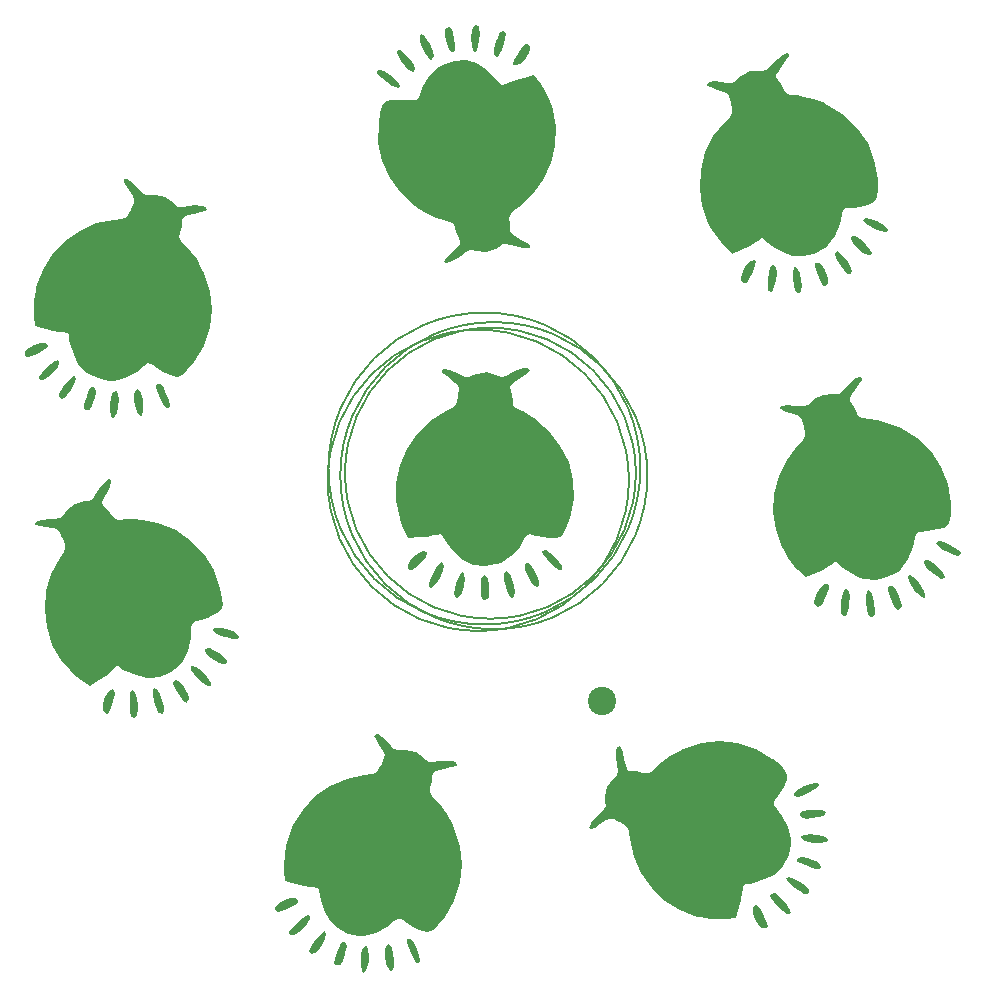
<source format=gbr>
%TF.GenerationSoftware,KiCad,Pcbnew,7.0.11*%
%TF.CreationDate,2024-08-27T07:46:35-07:00*%
%TF.ProjectId,nightLight,6e696768-744c-4696-9768-742e6b696361,rev?*%
%TF.SameCoordinates,Original*%
%TF.FileFunction,Soldermask,Bot*%
%TF.FilePolarity,Negative*%
%FSLAX46Y46*%
G04 Gerber Fmt 4.6, Leading zero omitted, Abs format (unit mm)*
G04 Created by KiCad (PCBNEW 7.0.11) date 2024-08-27 07:46:35*
%MOMM*%
%LPD*%
G01*
G04 APERTURE LIST*
%ADD10C,0.200000*%
%ADD11C,2.400000*%
%ADD12C,0.800000*%
G04 APERTURE END LIST*
D10*
X162236997Y-99800000D02*
G75*
G03*
X136736997Y-99800000I-12750000J0D01*
G01*
X136736997Y-99800000D02*
G75*
G03*
X162236997Y-99800000I12750000J0D01*
G01*
X162826007Y-99200000D02*
G75*
G03*
X138199999Y-99200000I-12313004J0D01*
G01*
X138199999Y-99200000D02*
G75*
G03*
X162826007Y-99200000I12313004J0D01*
G01*
X163800000Y-99400000D02*
G75*
G03*
X137800000Y-99400000I-13000000J0D01*
G01*
X137800000Y-99400000D02*
G75*
G03*
X163800000Y-99400000I13000000J0D01*
G01*
X163200000Y-98800000D02*
G75*
G03*
X136800000Y-98800000I-13200000J0D01*
G01*
X136800000Y-98800000D02*
G75*
G03*
X163200000Y-98800000I13200000J0D01*
G01*
%TO.C,REF\u002A\u002A*%
G36*
X178542856Y-127681780D02*
G01*
X178842752Y-127770763D01*
X178932274Y-127907279D01*
X178803245Y-128114008D01*
X178365973Y-128291906D01*
X177650910Y-128424276D01*
X177212581Y-128438595D01*
X176826472Y-128345377D01*
X176681536Y-128161181D01*
X176835796Y-127921776D01*
X177017232Y-127831431D01*
X177484589Y-127723063D01*
X178041633Y-127669530D01*
X178542856Y-127681780D01*
G37*
G36*
X178164496Y-129791355D02*
G01*
X178683333Y-129912829D01*
X178972168Y-130049376D01*
X179114681Y-130245525D01*
X178926815Y-130401372D01*
X178424651Y-130481560D01*
X178026028Y-130483981D01*
X177392521Y-130409429D01*
X176955137Y-130251203D01*
X176793583Y-130031309D01*
X176836368Y-129940674D01*
X177130337Y-129812216D01*
X177609939Y-129760130D01*
X178164496Y-129791355D01*
G37*
G36*
X176225110Y-133534088D02*
G01*
X176733818Y-133782349D01*
X177213377Y-134121670D01*
X177455051Y-134382780D01*
X177523195Y-134668241D01*
X177278617Y-134828158D01*
X177076246Y-134788381D01*
X176698825Y-134587072D01*
X176266280Y-134283896D01*
X175869383Y-133949833D01*
X175598903Y-133655867D01*
X175545611Y-133472975D01*
X175793101Y-133418058D01*
X176225110Y-133534088D01*
G37*
G36*
X173082966Y-135755697D02*
G01*
X173315689Y-135994413D01*
X173613258Y-136538455D01*
X173873424Y-137117757D01*
X173975566Y-137490392D01*
X173899843Y-137671989D01*
X173648029Y-137723007D01*
X173455491Y-137663213D01*
X173167259Y-137365620D01*
X172930320Y-136915891D01*
X172784866Y-136424090D01*
X172771092Y-136000280D01*
X172929187Y-135754523D01*
X173082966Y-135755697D01*
G37*
G36*
X178204538Y-125445001D02*
G01*
X178299822Y-125612407D01*
X178244335Y-125777818D01*
X177966492Y-125973437D01*
X177412774Y-126253947D01*
X177034572Y-126419994D01*
X176513428Y-126568948D01*
X176224453Y-126525303D01*
X176201682Y-126288096D01*
X176274424Y-126187174D01*
X176596891Y-125956424D01*
X177064046Y-125719303D01*
X177562980Y-125523339D01*
X177980780Y-125416063D01*
X178204538Y-125445001D01*
G37*
G36*
X174964988Y-135008457D02*
G01*
X175425948Y-135473327D01*
X175623364Y-135720328D01*
X175902422Y-136155518D01*
X175926429Y-136414712D01*
X175706153Y-136538861D01*
X175589604Y-136503333D01*
X175284571Y-136270520D01*
X174908436Y-135902110D01*
X174546450Y-135490705D01*
X174283866Y-135128906D01*
X174205934Y-134909314D01*
X174284484Y-134795135D01*
X174565748Y-134773724D01*
X174964988Y-135008457D01*
G37*
G36*
X177417558Y-131771938D02*
G01*
X177599519Y-131827013D01*
X178080430Y-132004877D01*
X178369227Y-132159932D01*
X178447295Y-132262041D01*
X178475910Y-132591476D01*
X178455997Y-132633928D01*
X178295932Y-132722418D01*
X177954790Y-132672647D01*
X177361383Y-132477325D01*
X176955956Y-132324164D01*
X176586399Y-132148818D01*
X176456201Y-132000274D01*
X176503401Y-131831928D01*
X176581002Y-131741250D01*
X176881766Y-131666778D01*
X177417558Y-131771938D01*
G37*
G36*
X171493479Y-122043120D02*
G01*
X172986949Y-122543596D01*
X174378550Y-123375267D01*
X174413587Y-123401608D01*
X175089264Y-123941851D01*
X175490623Y-124371920D01*
X175647657Y-124764580D01*
X175590363Y-125192596D01*
X175348739Y-125728733D01*
X175198637Y-126003006D01*
X174887455Y-126519690D01*
X174639755Y-126868626D01*
X174526840Y-127023023D01*
X174504898Y-127281755D01*
X174749465Y-127615469D01*
X175224770Y-128220744D01*
X175732645Y-129190740D01*
X175970039Y-130154690D01*
X175975102Y-130574360D01*
X175771458Y-131540215D01*
X175313854Y-132425337D01*
X174657142Y-133106405D01*
X174539087Y-133185150D01*
X173961127Y-133476221D01*
X173252031Y-133743597D01*
X172559461Y-133936741D01*
X172031082Y-134005120D01*
X171907354Y-134111552D01*
X171855553Y-134518844D01*
X171843408Y-134732407D01*
X171748150Y-135310136D01*
X171587994Y-135940326D01*
X171313039Y-136843085D01*
X170400474Y-136931763D01*
X169937393Y-136948762D01*
X169130493Y-136907147D01*
X168349001Y-136800635D01*
X168020996Y-136728769D01*
X166581345Y-136201448D01*
X165281867Y-135384726D01*
X164165166Y-134325635D01*
X163273847Y-133071209D01*
X162650515Y-131668482D01*
X162337775Y-130164489D01*
X162336449Y-130150267D01*
X162266022Y-129560494D01*
X162146360Y-129206216D01*
X161905670Y-128968243D01*
X161472160Y-128727383D01*
X161428149Y-128705083D01*
X160939492Y-128490885D01*
X160615059Y-128455438D01*
X160328606Y-128582777D01*
X159816583Y-128914932D01*
X159333696Y-129205224D01*
X159052640Y-129325327D01*
X158920742Y-129295424D01*
X158885320Y-129135694D01*
X158902983Y-129031437D01*
X159136222Y-128648374D01*
X159593553Y-128186767D01*
X159892261Y-127921978D01*
X160162395Y-127622545D01*
X160255787Y-127353340D01*
X160235345Y-126997825D01*
X160216949Y-126634446D01*
X160411487Y-125800354D01*
X160929314Y-125099003D01*
X161078187Y-124955770D01*
X161245564Y-124706387D01*
X161274480Y-124382092D01*
X161193815Y-123846079D01*
X161128633Y-123290002D01*
X161151299Y-122742598D01*
X161269568Y-122391842D01*
X161469517Y-122315041D01*
X161562808Y-122440998D01*
X161708582Y-122836403D01*
X161848422Y-123395868D01*
X161956938Y-123881830D01*
X162085675Y-124232924D01*
X162260355Y-124380643D01*
X162537570Y-124408109D01*
X162919373Y-124437372D01*
X163468975Y-124564895D01*
X163504699Y-124577388D01*
X163816963Y-124617473D01*
X164118759Y-124466231D01*
X164518181Y-124072987D01*
X164544894Y-124044366D01*
X165026237Y-123628389D01*
X165688430Y-123168507D01*
X166396495Y-122759133D01*
X166810435Y-122560409D01*
X168364365Y-122048372D01*
X169938999Y-121876994D01*
X171493479Y-122043120D01*
G37*
G36*
X181569106Y-79188853D02*
G01*
X181952532Y-79477212D01*
X182351601Y-79869521D01*
X182664397Y-80261355D01*
X182789002Y-80548286D01*
X182741968Y-80704614D01*
X182500666Y-80738655D01*
X182083315Y-80518036D01*
X181522281Y-80055351D01*
X181229559Y-79728776D01*
X181052782Y-79373080D01*
X181100722Y-79143654D01*
X181383273Y-79107937D01*
X181569106Y-79188853D01*
G37*
G36*
X180124439Y-80548720D02*
G01*
X180472622Y-80882636D01*
X180805164Y-81327523D01*
X181045611Y-81803056D01*
X181126670Y-82112089D01*
X181068017Y-82347342D01*
X180827872Y-82303604D01*
X180443661Y-81970469D01*
X180185576Y-81666661D01*
X179835476Y-81133446D01*
X179675538Y-80696685D01*
X179740143Y-80431582D01*
X179837075Y-80406098D01*
X180124439Y-80548720D01*
G37*
G36*
X176502645Y-81842129D02*
G01*
X176691451Y-82247649D01*
X176828263Y-82796922D01*
X176876583Y-83382396D01*
X176831906Y-83735367D01*
X176657032Y-83971059D01*
X176377317Y-83886495D01*
X176277707Y-83705901D01*
X176189317Y-83287381D01*
X176143528Y-82761154D01*
X176144314Y-82242382D01*
X176195645Y-81846225D01*
X176301493Y-81687840D01*
X176502645Y-81842129D01*
G37*
G36*
X172969868Y-81268650D02*
G01*
X172936593Y-81600370D01*
X172711106Y-82178025D01*
X172434567Y-82749691D01*
X172214767Y-83067462D01*
X172026982Y-83126183D01*
X171826037Y-82966076D01*
X171748081Y-82780148D01*
X171790778Y-82368061D01*
X171982989Y-81897475D01*
X172266235Y-81469927D01*
X172582038Y-81186955D01*
X172871920Y-81150094D01*
X172969868Y-81268650D01*
G37*
G36*
X182735254Y-77661622D02*
G01*
X183217181Y-77867064D01*
X183688007Y-78123307D01*
X184038742Y-78374404D01*
X184160402Y-78564414D01*
X184093409Y-78745013D01*
X183931031Y-78808831D01*
X183602585Y-78721732D01*
X183031778Y-78477868D01*
X182661475Y-78294882D01*
X182212385Y-77991408D01*
X182060070Y-77741986D01*
X182227143Y-77572069D01*
X182351212Y-77562920D01*
X182735254Y-77661622D01*
G37*
G36*
X174675217Y-81773327D02*
G01*
X174752028Y-82230046D01*
X174692216Y-82881974D01*
X174629899Y-83191973D01*
X174475899Y-83685478D01*
X174292776Y-83870476D01*
X174056082Y-83781536D01*
X174008381Y-83669417D01*
X173990656Y-83286099D01*
X174031099Y-82761153D01*
X174113574Y-82219410D01*
X174221941Y-81785699D01*
X174340065Y-81584849D01*
X174478022Y-81571629D01*
X174675217Y-81773327D01*
G37*
G36*
X178293607Y-81367864D02*
G01*
X178543984Y-81550393D01*
X178807826Y-82028430D01*
X178882599Y-82203221D01*
X179055471Y-82685949D01*
X179122327Y-83006848D01*
X179094288Y-83132286D01*
X178860320Y-83365963D01*
X178815000Y-83377996D01*
X178644325Y-83312260D01*
X178463170Y-83018937D01*
X178231360Y-82438811D01*
X178088085Y-82029786D01*
X177984861Y-81633978D01*
X178014963Y-81438759D01*
X178174263Y-81366705D01*
X178293607Y-81367864D01*
G37*
G36*
X175801027Y-63732745D02*
G01*
X175764505Y-63885174D01*
X175555308Y-64251005D01*
X175216621Y-64717745D01*
X174914105Y-65113243D01*
X174727902Y-65437541D01*
X174727025Y-65666305D01*
X174884176Y-65896319D01*
X175107177Y-66207607D01*
X175362766Y-66710597D01*
X175376159Y-66745994D01*
X175546171Y-67010968D01*
X175856020Y-67144941D01*
X176414006Y-67198143D01*
X176453101Y-67200209D01*
X177081160Y-67301554D01*
X177859099Y-67513217D01*
X178627833Y-67792486D01*
X179046140Y-67981845D01*
X180437230Y-68843094D01*
X181580668Y-69939174D01*
X182452610Y-71236758D01*
X183029206Y-72702522D01*
X183286613Y-74303138D01*
X183288956Y-74346910D01*
X183309423Y-75211770D01*
X183237959Y-75795672D01*
X183038104Y-76168363D01*
X182673397Y-76399598D01*
X182107379Y-76559125D01*
X181800791Y-76620439D01*
X181204963Y-76714178D01*
X180778444Y-76748720D01*
X180587589Y-76761467D01*
X180375285Y-76910969D01*
X180276849Y-77312824D01*
X180118703Y-78065992D01*
X179702098Y-79078549D01*
X179116263Y-79880018D01*
X178798032Y-80153656D01*
X177927244Y-80618495D01*
X176955059Y-80836895D01*
X176011205Y-80771607D01*
X175874999Y-80731788D01*
X175280519Y-80476141D01*
X174619899Y-80104809D01*
X174026767Y-79698420D01*
X173634750Y-79337611D01*
X173473688Y-79311243D01*
X173128386Y-79533364D01*
X172956981Y-79661335D01*
X172453185Y-79959721D01*
X171867485Y-80242112D01*
X170999194Y-80611767D01*
X170344677Y-79969703D01*
X170033992Y-79625889D01*
X169547206Y-78981018D01*
X169126465Y-78313895D01*
X168970681Y-78016435D01*
X168449241Y-76574643D01*
X168239598Y-75054206D01*
X168333108Y-73517993D01*
X168721125Y-72028874D01*
X169395007Y-70649718D01*
X170346107Y-69443397D01*
X170356149Y-69433240D01*
X170762672Y-69000191D01*
X170957147Y-68680799D01*
X170984733Y-68343453D01*
X170890587Y-67856544D01*
X170879381Y-67808495D01*
X170729362Y-67296479D01*
X170547975Y-67025163D01*
X170266299Y-66887579D01*
X169682732Y-66708852D01*
X169149962Y-66525535D01*
X168877298Y-66387435D01*
X168815423Y-66267173D01*
X168915014Y-66137366D01*
X169006234Y-66083882D01*
X169449599Y-66016326D01*
X170097177Y-66069946D01*
X170492024Y-66128567D01*
X170895041Y-66143030D01*
X171161296Y-66041530D01*
X171420496Y-65797350D01*
X171687036Y-65549682D01*
X172451034Y-65162563D01*
X173321153Y-65108421D01*
X173526569Y-65130397D01*
X173825196Y-65098315D01*
X174092206Y-64912012D01*
X174450966Y-64505677D01*
X174835048Y-64098305D01*
X175268952Y-63763804D01*
X175613670Y-63628942D01*
X175801027Y-63732745D01*
G37*
G36*
X142937802Y-63381784D02*
G01*
X143310502Y-63671524D01*
X143782670Y-64224601D01*
X144014235Y-64597046D01*
X144126560Y-64978035D01*
X144039510Y-65195651D01*
X143755049Y-65181761D01*
X143586090Y-65069805D01*
X143258562Y-64719245D01*
X142933679Y-64263599D01*
X142693677Y-63823401D01*
X142620790Y-63519192D01*
X142694256Y-63373406D01*
X142937802Y-63381784D01*
G37*
G36*
X144856933Y-62131087D02*
G01*
X145177460Y-62525879D01*
X145378868Y-62869887D01*
X145631057Y-63455796D01*
X145712722Y-63913695D01*
X145603064Y-64163552D01*
X145503180Y-64171816D01*
X145244948Y-63981461D01*
X144960039Y-63592156D01*
X144709801Y-63096283D01*
X144555583Y-62586221D01*
X144529419Y-62267808D01*
X144628032Y-62046314D01*
X144856933Y-62131087D01*
G37*
G36*
X149514741Y-61345075D02*
G01*
X149581478Y-61540222D01*
X149595850Y-61967733D01*
X149549565Y-62493917D01*
X149458707Y-63004670D01*
X149339364Y-63385896D01*
X149207621Y-63523494D01*
X149036316Y-63336620D01*
X148920797Y-62904474D01*
X148881443Y-62339789D01*
X148935524Y-61754819D01*
X149040815Y-61414968D01*
X149253960Y-61213223D01*
X149514741Y-61345075D01*
G37*
G36*
X153837048Y-63041832D02*
G01*
X153881534Y-63238473D01*
X153767926Y-63636885D01*
X153496919Y-64066945D01*
X153143734Y-64438812D01*
X152783590Y-64662646D01*
X152491712Y-64648610D01*
X152415839Y-64514847D01*
X152506211Y-64193945D01*
X152828581Y-63664221D01*
X153200188Y-63149260D01*
X153471828Y-62874484D01*
X153666957Y-62849264D01*
X153837048Y-63041832D01*
G37*
G36*
X141502390Y-65176719D02*
G01*
X142022177Y-65515998D01*
X142355080Y-65760507D01*
X142744650Y-66137354D01*
X142851339Y-66409436D01*
X142657298Y-66547759D01*
X142533526Y-66535225D01*
X142172457Y-66371335D01*
X141733526Y-66085327D01*
X141314350Y-65751219D01*
X141012546Y-65443032D01*
X140925729Y-65234783D01*
X141023064Y-65068562D01*
X141194058Y-65033909D01*
X141502390Y-65176719D01*
G37*
G36*
X151782485Y-61851518D02*
G01*
X151809992Y-61970216D01*
X151760886Y-62350789D01*
X151629901Y-62860737D01*
X151454607Y-63379928D01*
X151272572Y-63788232D01*
X151121366Y-63965519D01*
X150983209Y-63954582D01*
X150824034Y-63721706D01*
X150827699Y-63258587D01*
X150999808Y-62626950D01*
X151115009Y-62332481D01*
X151352366Y-61873216D01*
X151564831Y-61722828D01*
X151782485Y-61851518D01*
G37*
G36*
X147182459Y-61516925D02*
G01*
X147309927Y-61837248D01*
X147437477Y-62448815D01*
X147507550Y-62876505D01*
X147540473Y-63284224D01*
X147476930Y-63471251D01*
X147307538Y-63514547D01*
X147190207Y-63492682D01*
X146975331Y-63269449D01*
X146798507Y-62752859D01*
X146755222Y-62567739D01*
X146668801Y-62062325D01*
X146658685Y-61734692D01*
X146708079Y-61616029D01*
X146979071Y-61426530D01*
X147025792Y-61422550D01*
X147182459Y-61516925D01*
G37*
G36*
X149334396Y-64476216D02*
G01*
X149461619Y-64539082D01*
X150002674Y-64894075D01*
X150588776Y-65374482D01*
X151102329Y-65877693D01*
X151425737Y-66301093D01*
X151579773Y-66355029D01*
X151958399Y-66196244D01*
X152149423Y-66099980D01*
X152697380Y-65893611D01*
X153323218Y-65717216D01*
X154242507Y-65503954D01*
X154775588Y-66249919D01*
X155021850Y-66642460D01*
X155389260Y-67362063D01*
X155687764Y-68092112D01*
X155789528Y-68412105D01*
X156052681Y-69922540D01*
X155995118Y-71456281D01*
X155636269Y-72952918D01*
X154995563Y-74352036D01*
X154092432Y-75593221D01*
X152946306Y-76616059D01*
X152934652Y-76624318D01*
X152459107Y-76980196D01*
X152212125Y-77260966D01*
X152126379Y-77588396D01*
X152134543Y-78084256D01*
X152137236Y-78133521D01*
X152196064Y-78663809D01*
X152327582Y-78962500D01*
X152581088Y-79146907D01*
X153124754Y-79424253D01*
X153617597Y-79697300D01*
X153862138Y-79880650D01*
X153902190Y-80009829D01*
X153781571Y-80120370D01*
X153682450Y-80157202D01*
X153234089Y-80146742D01*
X152605660Y-79981486D01*
X152226991Y-79855191D01*
X151832608Y-79770965D01*
X151552774Y-79824687D01*
X151255110Y-80020149D01*
X150949612Y-80217769D01*
X150129998Y-80466341D01*
X149263697Y-80368565D01*
X149065217Y-80311253D01*
X148765556Y-80290992D01*
X148470251Y-80428098D01*
X148046382Y-80765962D01*
X147597396Y-81100450D01*
X147111998Y-81354523D01*
X146749099Y-81427477D01*
X146582614Y-81292716D01*
X146645050Y-81148945D01*
X146914594Y-80824999D01*
X147329184Y-80424161D01*
X147695783Y-80087203D01*
X147935470Y-79800166D01*
X147976059Y-79575030D01*
X147861237Y-79321221D01*
X147695678Y-78975939D01*
X147531315Y-78436207D01*
X147524273Y-78399023D01*
X147402855Y-78108552D01*
X147120978Y-77922810D01*
X146580708Y-77773523D01*
X146542565Y-77764699D01*
X145941646Y-77555832D01*
X145212280Y-77212297D01*
X144503720Y-76803782D01*
X144124650Y-76544662D01*
X142904248Y-75454937D01*
X141968513Y-74176953D01*
X141335142Y-72747671D01*
X141021832Y-71204050D01*
X141046280Y-69583052D01*
X141051573Y-69539539D01*
X141181599Y-68684264D01*
X141353370Y-68121643D01*
X141614907Y-67789318D01*
X142014226Y-67624927D01*
X142599346Y-67566111D01*
X142911925Y-67558967D01*
X143514977Y-67570117D01*
X143941015Y-67610163D01*
X144131184Y-67630752D01*
X144366223Y-67520388D01*
X144532945Y-67141730D01*
X144819476Y-66427466D01*
X145405580Y-65502635D01*
X146121688Y-64815072D01*
X146482601Y-64600851D01*
X147420879Y-64294285D01*
X148416218Y-64248021D01*
X149334396Y-64476216D01*
G37*
G36*
X126780129Y-114007675D02*
G01*
X127207802Y-114225072D01*
X127668933Y-114542124D01*
X128045018Y-114873688D01*
X128217555Y-115134623D01*
X128198381Y-115296743D01*
X127966657Y-115372169D01*
X127517337Y-115227373D01*
X126884481Y-114869141D01*
X126539497Y-114598358D01*
X126303640Y-114278763D01*
X126311012Y-114044497D01*
X126583068Y-113960258D01*
X126780129Y-114007675D01*
G37*
G36*
X125593548Y-115597747D02*
G01*
X125994425Y-115866129D01*
X126399170Y-116246511D01*
X126718539Y-116673067D01*
X126852029Y-116963329D01*
X126835118Y-117205193D01*
X126591027Y-117203820D01*
X126154804Y-116942464D01*
X125847885Y-116688088D01*
X125410512Y-116223767D01*
X125177161Y-115821414D01*
X125194750Y-115549120D01*
X125285784Y-115507192D01*
X125593548Y-115597747D01*
G37*
G36*
X122251376Y-117500423D02*
G01*
X122507731Y-117866997D01*
X122737845Y-118384168D01*
X122887097Y-118952357D01*
X122904392Y-119307724D01*
X122773102Y-119570202D01*
X122482952Y-119535494D01*
X122353495Y-119374942D01*
X122193773Y-118978128D01*
X122057301Y-118467847D01*
X121967992Y-117956820D01*
X121949751Y-117557768D01*
X122026487Y-117383409D01*
X122251376Y-117500423D01*
G37*
G36*
X118672686Y-117549117D02*
G01*
X118697518Y-117881576D01*
X118575766Y-118489610D01*
X118402697Y-119100612D01*
X118241417Y-119451723D01*
X118066682Y-119542160D01*
X117840987Y-119419380D01*
X117731929Y-119249814D01*
X117702420Y-118836572D01*
X117809994Y-118339759D01*
X118014694Y-117869521D01*
X118276562Y-117536010D01*
X118555639Y-117449371D01*
X118672686Y-117549117D01*
G37*
G36*
X127663360Y-112301146D02*
G01*
X128173640Y-112419782D01*
X128681809Y-112590374D01*
X129070818Y-112776752D01*
X129223625Y-112942749D01*
X129189010Y-113132237D01*
X129040181Y-113223283D01*
X128701600Y-113194542D01*
X128097119Y-113053501D01*
X127700666Y-112937597D01*
X127205701Y-112716718D01*
X127012388Y-112497534D01*
X127147418Y-112301187D01*
X127268012Y-112270633D01*
X127663360Y-112301146D01*
G37*
G36*
X120439763Y-117749996D02*
G01*
X120594715Y-118186439D01*
X120649018Y-118838849D01*
X120641479Y-119154960D01*
X120575515Y-119667709D01*
X120427299Y-119881695D01*
X120178756Y-119835208D01*
X120112311Y-119733076D01*
X120028292Y-119358659D01*
X119976965Y-118834666D01*
X119964114Y-118286831D01*
X119995522Y-117840892D01*
X120076974Y-117622580D01*
X120210540Y-117585606D01*
X120439763Y-117749996D01*
G37*
G36*
X124211042Y-116858645D02*
G01*
X124553887Y-117283604D01*
X124657876Y-117442755D01*
X124911946Y-117888131D01*
X125033510Y-118192545D01*
X125027679Y-118320946D01*
X124837843Y-118591702D01*
X124795301Y-118611421D01*
X124615804Y-118576321D01*
X124386466Y-118318912D01*
X124057440Y-117787852D01*
X123845315Y-117409921D01*
X123674928Y-117038051D01*
X123670673Y-116840570D01*
X123815041Y-116741949D01*
X123932774Y-116722366D01*
X124211042Y-116858645D01*
G37*
G36*
X118415755Y-99787997D02*
G01*
X118406257Y-99944452D01*
X118263764Y-100341051D01*
X118011272Y-100859513D01*
X117782028Y-101301535D01*
X117654968Y-101653239D01*
X117693829Y-101878680D01*
X117888533Y-102077911D01*
X118162201Y-102345746D01*
X118501251Y-102796712D01*
X118520587Y-102829245D01*
X118734028Y-103060671D01*
X119062434Y-103138804D01*
X119621181Y-103094305D01*
X119660041Y-103089551D01*
X120296157Y-103080295D01*
X121099033Y-103153654D01*
X121904582Y-103295191D01*
X122349416Y-103409035D01*
X123868927Y-104015640D01*
X125185326Y-104896512D01*
X126269343Y-106022972D01*
X127091708Y-107366342D01*
X127623148Y-108897944D01*
X127633056Y-108940643D01*
X127803394Y-109788810D01*
X127834409Y-110376251D01*
X127702307Y-110777985D01*
X127383294Y-111069037D01*
X126853577Y-111324428D01*
X126562293Y-111438050D01*
X125991796Y-111633829D01*
X125577755Y-111741911D01*
X125392012Y-111787606D01*
X125208894Y-111971702D01*
X125181736Y-112384546D01*
X125156778Y-113153733D01*
X124922331Y-114223250D01*
X124484570Y-115114272D01*
X124218690Y-115439012D01*
X123441850Y-116048001D01*
X122522359Y-116431901D01*
X121581507Y-116531503D01*
X121440456Y-116515941D01*
X120810615Y-116367409D01*
X120095550Y-116116432D01*
X119440860Y-115819214D01*
X118992145Y-115531960D01*
X118828951Y-115533961D01*
X118527467Y-115812668D01*
X118380888Y-115968459D01*
X117936559Y-116349795D01*
X117408794Y-116729602D01*
X116617884Y-117244418D01*
X115861818Y-116725764D01*
X115496150Y-116441123D01*
X114904778Y-115890579D01*
X114374585Y-115306652D01*
X114169514Y-115040762D01*
X113405632Y-113711421D01*
X112935153Y-112250488D01*
X112760481Y-110721376D01*
X112884021Y-109187500D01*
X113308176Y-107712280D01*
X114035352Y-106359128D01*
X114043478Y-106347381D01*
X114368626Y-105850319D01*
X114504685Y-105502009D01*
X114473272Y-105164999D01*
X114296006Y-104701835D01*
X114276626Y-104656462D01*
X114039976Y-104178275D01*
X113814231Y-103942579D01*
X113512944Y-103855997D01*
X112907206Y-103781321D01*
X112350697Y-103693303D01*
X112058195Y-103604649D01*
X111976376Y-103496959D01*
X112051914Y-103351830D01*
X112132461Y-103283318D01*
X112557359Y-103139799D01*
X113204410Y-103080153D01*
X113603438Y-103069319D01*
X114002844Y-103013579D01*
X114247428Y-102867387D01*
X114460289Y-102581907D01*
X114679773Y-102291718D01*
X115364941Y-101777812D01*
X116212439Y-101573399D01*
X116418551Y-101559371D01*
X116707070Y-101475920D01*
X116937673Y-101246082D01*
X117220423Y-100783622D01*
X117527930Y-100315744D01*
X117897157Y-99910978D01*
X118213219Y-99718305D01*
X118415755Y-99787997D01*
G37*
G36*
X187769106Y-106588853D02*
G01*
X188152532Y-106877212D01*
X188551601Y-107269521D01*
X188864397Y-107661355D01*
X188989002Y-107948286D01*
X188941968Y-108104614D01*
X188700666Y-108138655D01*
X188283315Y-107918036D01*
X187722281Y-107455351D01*
X187429559Y-107128776D01*
X187252782Y-106773080D01*
X187300722Y-106543654D01*
X187583273Y-106507937D01*
X187769106Y-106588853D01*
G37*
G36*
X186324439Y-107948720D02*
G01*
X186672622Y-108282636D01*
X187005164Y-108727523D01*
X187245611Y-109203056D01*
X187326670Y-109512089D01*
X187268017Y-109747342D01*
X187027872Y-109703604D01*
X186643661Y-109370469D01*
X186385576Y-109066661D01*
X186035476Y-108533446D01*
X185875538Y-108096685D01*
X185940143Y-107831582D01*
X186037075Y-107806098D01*
X186324439Y-107948720D01*
G37*
G36*
X182702645Y-109242129D02*
G01*
X182891451Y-109647649D01*
X183028263Y-110196922D01*
X183076583Y-110782396D01*
X183031906Y-111135367D01*
X182857032Y-111371059D01*
X182577317Y-111286495D01*
X182477707Y-111105901D01*
X182389317Y-110687381D01*
X182343528Y-110161154D01*
X182344314Y-109642382D01*
X182395645Y-109246225D01*
X182501493Y-109087840D01*
X182702645Y-109242129D01*
G37*
G36*
X179169868Y-108668650D02*
G01*
X179136593Y-109000370D01*
X178911106Y-109578025D01*
X178634567Y-110149691D01*
X178414767Y-110467462D01*
X178226982Y-110526183D01*
X178026037Y-110366076D01*
X177948081Y-110180148D01*
X177990778Y-109768061D01*
X178182989Y-109297475D01*
X178466235Y-108869927D01*
X178782038Y-108586955D01*
X179071920Y-108550094D01*
X179169868Y-108668650D01*
G37*
G36*
X188935254Y-105061622D02*
G01*
X189417181Y-105267064D01*
X189888007Y-105523307D01*
X190238742Y-105774404D01*
X190360402Y-105964414D01*
X190293409Y-106145013D01*
X190131031Y-106208831D01*
X189802585Y-106121732D01*
X189231778Y-105877868D01*
X188861475Y-105694882D01*
X188412385Y-105391408D01*
X188260070Y-105141986D01*
X188427143Y-104972069D01*
X188551212Y-104962920D01*
X188935254Y-105061622D01*
G37*
G36*
X180875217Y-109173327D02*
G01*
X180952028Y-109630046D01*
X180892216Y-110281974D01*
X180829899Y-110591973D01*
X180675899Y-111085478D01*
X180492776Y-111270476D01*
X180256082Y-111181536D01*
X180208381Y-111069417D01*
X180190656Y-110686099D01*
X180231099Y-110161153D01*
X180313574Y-109619410D01*
X180421941Y-109185699D01*
X180540065Y-108984849D01*
X180678022Y-108971629D01*
X180875217Y-109173327D01*
G37*
G36*
X184493607Y-108767864D02*
G01*
X184743984Y-108950393D01*
X185007826Y-109428430D01*
X185082599Y-109603221D01*
X185255471Y-110085949D01*
X185322327Y-110406848D01*
X185294288Y-110532286D01*
X185060320Y-110765963D01*
X185015000Y-110777996D01*
X184844325Y-110712260D01*
X184663170Y-110418937D01*
X184431360Y-109838811D01*
X184288085Y-109429786D01*
X184184861Y-109033978D01*
X184214963Y-108838759D01*
X184374263Y-108766705D01*
X184493607Y-108767864D01*
G37*
G36*
X182001027Y-91132745D02*
G01*
X181964505Y-91285174D01*
X181755308Y-91651005D01*
X181416621Y-92117745D01*
X181114105Y-92513243D01*
X180927902Y-92837541D01*
X180927025Y-93066305D01*
X181084176Y-93296319D01*
X181307177Y-93607607D01*
X181562766Y-94110597D01*
X181576159Y-94145994D01*
X181746171Y-94410968D01*
X182056020Y-94544941D01*
X182614006Y-94598143D01*
X182653101Y-94600209D01*
X183281160Y-94701554D01*
X184059099Y-94913217D01*
X184827833Y-95192486D01*
X185246140Y-95381845D01*
X186637230Y-96243094D01*
X187780668Y-97339174D01*
X188652610Y-98636758D01*
X189229206Y-100102522D01*
X189486613Y-101703138D01*
X189488956Y-101746910D01*
X189509423Y-102611770D01*
X189437959Y-103195672D01*
X189238104Y-103568363D01*
X188873397Y-103799598D01*
X188307379Y-103959125D01*
X188000791Y-104020439D01*
X187404963Y-104114178D01*
X186978444Y-104148720D01*
X186787589Y-104161467D01*
X186575285Y-104310969D01*
X186476849Y-104712824D01*
X186318703Y-105465992D01*
X185902098Y-106478549D01*
X185316263Y-107280018D01*
X184998032Y-107553656D01*
X184127244Y-108018495D01*
X183155059Y-108236895D01*
X182211205Y-108171607D01*
X182074999Y-108131788D01*
X181480519Y-107876141D01*
X180819899Y-107504809D01*
X180226767Y-107098420D01*
X179834750Y-106737611D01*
X179673688Y-106711243D01*
X179328386Y-106933364D01*
X179156981Y-107061335D01*
X178653185Y-107359721D01*
X178067485Y-107642112D01*
X177199194Y-108011767D01*
X176544677Y-107369703D01*
X176233992Y-107025889D01*
X175747206Y-106381018D01*
X175326465Y-105713895D01*
X175170681Y-105416435D01*
X174649241Y-103974643D01*
X174439598Y-102454206D01*
X174533108Y-100917993D01*
X174921125Y-99428874D01*
X175595007Y-98049718D01*
X176546107Y-96843397D01*
X176556149Y-96833240D01*
X176962672Y-96400191D01*
X177157147Y-96080799D01*
X177184733Y-95743453D01*
X177090587Y-95256544D01*
X177079381Y-95208495D01*
X176929362Y-94696479D01*
X176747975Y-94425163D01*
X176466299Y-94287579D01*
X175882732Y-94108852D01*
X175349962Y-93925535D01*
X175077298Y-93787435D01*
X175015423Y-93667173D01*
X175115014Y-93537366D01*
X175206234Y-93483882D01*
X175649599Y-93416326D01*
X176297177Y-93469946D01*
X176692024Y-93528567D01*
X177095041Y-93543030D01*
X177361296Y-93441530D01*
X177620496Y-93197350D01*
X177887036Y-92949682D01*
X178651034Y-92562563D01*
X179521153Y-92508421D01*
X179726569Y-92530397D01*
X180025196Y-92498315D01*
X180292206Y-92312012D01*
X180650966Y-91905677D01*
X181035048Y-91498305D01*
X181468952Y-91163804D01*
X181813670Y-91028942D01*
X182001027Y-91132745D01*
G37*
G36*
X120878225Y-92235796D02*
G01*
X120968570Y-92417232D01*
X121076938Y-92884589D01*
X121130471Y-93441633D01*
X121118221Y-93942856D01*
X121029238Y-94242752D01*
X120892722Y-94332274D01*
X120685993Y-94203245D01*
X120508095Y-93765973D01*
X120375725Y-93050910D01*
X120361406Y-92612581D01*
X120454624Y-92226472D01*
X120638820Y-92081536D01*
X120878225Y-92235796D01*
G37*
G36*
X118859327Y-92236368D02*
G01*
X118987785Y-92530337D01*
X119039871Y-93009939D01*
X119008646Y-93564496D01*
X118887172Y-94083333D01*
X118750625Y-94372168D01*
X118554476Y-94514681D01*
X118398629Y-94326815D01*
X118318441Y-93824651D01*
X118316020Y-93426028D01*
X118390572Y-92792521D01*
X118548798Y-92355137D01*
X118768692Y-92193583D01*
X118859327Y-92236368D01*
G37*
G36*
X115381943Y-91193101D02*
G01*
X115265913Y-91625110D01*
X115017652Y-92133818D01*
X114678331Y-92613377D01*
X114417221Y-92855051D01*
X114131760Y-92923195D01*
X113971843Y-92678617D01*
X114011620Y-92476246D01*
X114212929Y-92098825D01*
X114516105Y-91666280D01*
X114850168Y-91269383D01*
X115144134Y-90998903D01*
X115327026Y-90945611D01*
X115381943Y-91193101D01*
G37*
G36*
X113045478Y-88329187D02*
G01*
X113044304Y-88482966D01*
X112805588Y-88715689D01*
X112261546Y-89013258D01*
X111682244Y-89273424D01*
X111309609Y-89375566D01*
X111128012Y-89299843D01*
X111076994Y-89048029D01*
X111136788Y-88855491D01*
X111434381Y-88567259D01*
X111884110Y-88330320D01*
X112375911Y-88184866D01*
X112799721Y-88171092D01*
X113045478Y-88329187D01*
G37*
G36*
X122612827Y-91674424D02*
G01*
X122843577Y-91996891D01*
X123080698Y-92464046D01*
X123276662Y-92962980D01*
X123383938Y-93380780D01*
X123355000Y-93604538D01*
X123187594Y-93699822D01*
X123022183Y-93644335D01*
X122826564Y-93366492D01*
X122546054Y-92812774D01*
X122380007Y-92434572D01*
X122231053Y-91913428D01*
X122274698Y-91624453D01*
X122511905Y-91601682D01*
X122612827Y-91674424D01*
G37*
G36*
X114004866Y-89684484D02*
G01*
X114026277Y-89965748D01*
X113791544Y-90364988D01*
X113326674Y-90825948D01*
X113079673Y-91023364D01*
X112644483Y-91302422D01*
X112385289Y-91326429D01*
X112261140Y-91106153D01*
X112296668Y-90989604D01*
X112529481Y-90684571D01*
X112897891Y-90308436D01*
X113309296Y-89946450D01*
X113671095Y-89683866D01*
X113890687Y-89605934D01*
X114004866Y-89684484D01*
G37*
G36*
X116968073Y-91903401D02*
G01*
X117058751Y-91981002D01*
X117133223Y-92281766D01*
X117028063Y-92817558D01*
X116972988Y-92999519D01*
X116795124Y-93480430D01*
X116640069Y-93769227D01*
X116537960Y-93847295D01*
X116208525Y-93875910D01*
X116166073Y-93855997D01*
X116077583Y-93695932D01*
X116127354Y-93354790D01*
X116322676Y-92761383D01*
X116475837Y-92355956D01*
X116651183Y-91986399D01*
X116799727Y-91856201D01*
X116968073Y-91903401D01*
G37*
G36*
X119768564Y-74302983D02*
G01*
X120151627Y-74536222D01*
X120613234Y-74993553D01*
X120878023Y-75292261D01*
X121177456Y-75562395D01*
X121446661Y-75655787D01*
X121802176Y-75635345D01*
X122165555Y-75616949D01*
X122999647Y-75811487D01*
X123700998Y-76329314D01*
X123844231Y-76478187D01*
X124093614Y-76645564D01*
X124417909Y-76674480D01*
X124953922Y-76593815D01*
X125509999Y-76528633D01*
X126057403Y-76551299D01*
X126408159Y-76669568D01*
X126484960Y-76869517D01*
X126359003Y-76962808D01*
X125963598Y-77108582D01*
X125404133Y-77248422D01*
X124918171Y-77356938D01*
X124567077Y-77485675D01*
X124419358Y-77660355D01*
X124391892Y-77937570D01*
X124362629Y-78319373D01*
X124235106Y-78868975D01*
X124222613Y-78904699D01*
X124182528Y-79216963D01*
X124333770Y-79518759D01*
X124727014Y-79918181D01*
X124755635Y-79944894D01*
X125171612Y-80426237D01*
X125631494Y-81088430D01*
X126040868Y-81796495D01*
X126239592Y-82210435D01*
X126751629Y-83764365D01*
X126923007Y-85338999D01*
X126756881Y-86893479D01*
X126256405Y-88386949D01*
X125424734Y-89778550D01*
X125398393Y-89813587D01*
X124858150Y-90489264D01*
X124428081Y-90890623D01*
X124035421Y-91047657D01*
X123607405Y-90990363D01*
X123071268Y-90748739D01*
X122796995Y-90598637D01*
X122280311Y-90287455D01*
X121931375Y-90039755D01*
X121776978Y-89926840D01*
X121518246Y-89904898D01*
X121184532Y-90149465D01*
X120579257Y-90624770D01*
X119609261Y-91132645D01*
X118645311Y-91370039D01*
X118225641Y-91375102D01*
X117259786Y-91171458D01*
X116374664Y-90713854D01*
X115693596Y-90057142D01*
X115614851Y-89939087D01*
X115323780Y-89361127D01*
X115056404Y-88652031D01*
X114863260Y-87959461D01*
X114794881Y-87431082D01*
X114688449Y-87307354D01*
X114281157Y-87255553D01*
X114067594Y-87243408D01*
X113489865Y-87148150D01*
X112859675Y-86987994D01*
X111956916Y-86713039D01*
X111868238Y-85800474D01*
X111851239Y-85337393D01*
X111892854Y-84530493D01*
X111999366Y-83749001D01*
X112071232Y-83420996D01*
X112598553Y-81981345D01*
X113415275Y-80681867D01*
X114474366Y-79565166D01*
X115728792Y-78673847D01*
X117131519Y-78050515D01*
X118635512Y-77737775D01*
X118649734Y-77736449D01*
X119239507Y-77666022D01*
X119593785Y-77546360D01*
X119831758Y-77305670D01*
X120072618Y-76872160D01*
X120094918Y-76828149D01*
X120309116Y-76339492D01*
X120344563Y-76015059D01*
X120217224Y-75728606D01*
X119885069Y-75216583D01*
X119594777Y-74733696D01*
X119474674Y-74452640D01*
X119504577Y-74320742D01*
X119664307Y-74285320D01*
X119768564Y-74302983D01*
G37*
G36*
X142078225Y-139235796D02*
G01*
X142168570Y-139417232D01*
X142276938Y-139884589D01*
X142330471Y-140441633D01*
X142318221Y-140942856D01*
X142229238Y-141242752D01*
X142092722Y-141332274D01*
X141885993Y-141203245D01*
X141708095Y-140765973D01*
X141575725Y-140050910D01*
X141561406Y-139612581D01*
X141654624Y-139226472D01*
X141838820Y-139081536D01*
X142078225Y-139235796D01*
G37*
G36*
X140059327Y-139236368D02*
G01*
X140187785Y-139530337D01*
X140239871Y-140009939D01*
X140208646Y-140564496D01*
X140087172Y-141083333D01*
X139950625Y-141372168D01*
X139754476Y-141514681D01*
X139598629Y-141326815D01*
X139518441Y-140824651D01*
X139516020Y-140426028D01*
X139590572Y-139792521D01*
X139748798Y-139355137D01*
X139968692Y-139193583D01*
X140059327Y-139236368D01*
G37*
G36*
X136581943Y-138193101D02*
G01*
X136465913Y-138625110D01*
X136217652Y-139133818D01*
X135878331Y-139613377D01*
X135617221Y-139855051D01*
X135331760Y-139923195D01*
X135171843Y-139678617D01*
X135211620Y-139476246D01*
X135412929Y-139098825D01*
X135716105Y-138666280D01*
X136050168Y-138269383D01*
X136344134Y-137998903D01*
X136527026Y-137945611D01*
X136581943Y-138193101D01*
G37*
G36*
X134245478Y-135329187D02*
G01*
X134244304Y-135482966D01*
X134005588Y-135715689D01*
X133461546Y-136013258D01*
X132882244Y-136273424D01*
X132509609Y-136375566D01*
X132328012Y-136299843D01*
X132276994Y-136048029D01*
X132336788Y-135855491D01*
X132634381Y-135567259D01*
X133084110Y-135330320D01*
X133575911Y-135184866D01*
X133999721Y-135171092D01*
X134245478Y-135329187D01*
G37*
G36*
X143812827Y-138674424D02*
G01*
X144043577Y-138996891D01*
X144280698Y-139464046D01*
X144476662Y-139962980D01*
X144583938Y-140380780D01*
X144555000Y-140604538D01*
X144387594Y-140699822D01*
X144222183Y-140644335D01*
X144026564Y-140366492D01*
X143746054Y-139812774D01*
X143580007Y-139434572D01*
X143431053Y-138913428D01*
X143474698Y-138624453D01*
X143711905Y-138601682D01*
X143812827Y-138674424D01*
G37*
G36*
X135204866Y-136684484D02*
G01*
X135226277Y-136965748D01*
X134991544Y-137364988D01*
X134526674Y-137825948D01*
X134279673Y-138023364D01*
X133844483Y-138302422D01*
X133585289Y-138326429D01*
X133461140Y-138106153D01*
X133496668Y-137989604D01*
X133729481Y-137684571D01*
X134097891Y-137308436D01*
X134509296Y-136946450D01*
X134871095Y-136683866D01*
X135090687Y-136605934D01*
X135204866Y-136684484D01*
G37*
G36*
X138168073Y-138903401D02*
G01*
X138258751Y-138981002D01*
X138333223Y-139281766D01*
X138228063Y-139817558D01*
X138172988Y-139999519D01*
X137995124Y-140480430D01*
X137840069Y-140769227D01*
X137737960Y-140847295D01*
X137408525Y-140875910D01*
X137366073Y-140855997D01*
X137277583Y-140695932D01*
X137327354Y-140354790D01*
X137522676Y-139761383D01*
X137675837Y-139355956D01*
X137851183Y-138986399D01*
X137999727Y-138856201D01*
X138168073Y-138903401D01*
G37*
G36*
X140968564Y-121302983D02*
G01*
X141351627Y-121536222D01*
X141813234Y-121993553D01*
X142078023Y-122292261D01*
X142377456Y-122562395D01*
X142646661Y-122655787D01*
X143002176Y-122635345D01*
X143365555Y-122616949D01*
X144199647Y-122811487D01*
X144900998Y-123329314D01*
X145044231Y-123478187D01*
X145293614Y-123645564D01*
X145617909Y-123674480D01*
X146153922Y-123593815D01*
X146709999Y-123528633D01*
X147257403Y-123551299D01*
X147608159Y-123669568D01*
X147684960Y-123869517D01*
X147559003Y-123962808D01*
X147163598Y-124108582D01*
X146604133Y-124248422D01*
X146118171Y-124356938D01*
X145767077Y-124485675D01*
X145619358Y-124660355D01*
X145591892Y-124937570D01*
X145562629Y-125319373D01*
X145435106Y-125868975D01*
X145422613Y-125904699D01*
X145382528Y-126216963D01*
X145533770Y-126518759D01*
X145927014Y-126918181D01*
X145955635Y-126944894D01*
X146371612Y-127426237D01*
X146831494Y-128088430D01*
X147240868Y-128796495D01*
X147439592Y-129210435D01*
X147951629Y-130764365D01*
X148123007Y-132338999D01*
X147956881Y-133893479D01*
X147456405Y-135386949D01*
X146624734Y-136778550D01*
X146598393Y-136813587D01*
X146058150Y-137489264D01*
X145628081Y-137890623D01*
X145235421Y-138047657D01*
X144807405Y-137990363D01*
X144271268Y-137748739D01*
X143996995Y-137598637D01*
X143480311Y-137287455D01*
X143131375Y-137039755D01*
X142976978Y-136926840D01*
X142718246Y-136904898D01*
X142384532Y-137149465D01*
X141779257Y-137624770D01*
X140809261Y-138132645D01*
X139845311Y-138370039D01*
X139425641Y-138375102D01*
X138459786Y-138171458D01*
X137574664Y-137713854D01*
X136893596Y-137057142D01*
X136814851Y-136939087D01*
X136523780Y-136361127D01*
X136256404Y-135652031D01*
X136063260Y-134959461D01*
X135994881Y-134431082D01*
X135888449Y-134307354D01*
X135481157Y-134255553D01*
X135267594Y-134243408D01*
X134689865Y-134148150D01*
X134059675Y-133987994D01*
X133156916Y-133713039D01*
X133068238Y-132800474D01*
X133051239Y-132337393D01*
X133092854Y-131530493D01*
X133199366Y-130749001D01*
X133271232Y-130420996D01*
X133798553Y-128981345D01*
X134615275Y-127681867D01*
X135674366Y-126565166D01*
X136928792Y-125673847D01*
X138331519Y-125050515D01*
X139835512Y-124737775D01*
X139849734Y-124736449D01*
X140439507Y-124666022D01*
X140793785Y-124546360D01*
X141031758Y-124305670D01*
X141272618Y-123872160D01*
X141294918Y-123828149D01*
X141509116Y-123339492D01*
X141544563Y-123015059D01*
X141417224Y-122728606D01*
X141085069Y-122216583D01*
X140794777Y-121733696D01*
X140674674Y-121452640D01*
X140704577Y-121320742D01*
X140864307Y-121285320D01*
X140968564Y-121302983D01*
G37*
%TO.C,B1*%
G36*
X153809043Y-106824651D02*
G01*
X153955994Y-106964246D01*
X154217672Y-107366354D01*
X154458497Y-107871494D01*
X154618414Y-108346680D01*
X154637368Y-108658924D01*
X154539703Y-108789738D01*
X154301311Y-108739196D01*
X153984586Y-108389139D01*
X153615633Y-107762473D01*
X153452260Y-107355476D01*
X153407799Y-106960770D01*
X153531316Y-106761576D01*
X153809043Y-106824651D01*
G37*
G36*
X151912095Y-107515693D02*
G01*
X152133349Y-107747998D01*
X152346328Y-108180862D01*
X152506656Y-108712655D01*
X152569960Y-109241748D01*
X152540435Y-109559867D01*
X152404858Y-109760872D01*
X152194155Y-109637638D01*
X151947053Y-109193185D01*
X151808441Y-108819429D01*
X151661825Y-108198629D01*
X151660914Y-107733506D01*
X151812293Y-107506487D01*
X151912095Y-107515693D01*
G37*
G36*
X148287605Y-107724678D02*
G01*
X148326328Y-108170318D01*
X148267027Y-108733258D01*
X148112189Y-109299950D01*
X147949483Y-109616354D01*
X147704544Y-109778022D01*
X147470620Y-109602889D01*
X147438784Y-109399118D01*
X147498867Y-108975606D01*
X147635820Y-108465454D01*
X147813989Y-107978237D01*
X147997718Y-107623527D01*
X148151353Y-107510896D01*
X148287605Y-107724678D01*
G37*
G36*
X145112529Y-105832597D02*
G01*
X145164022Y-105977503D01*
X145019298Y-106277837D01*
X144609840Y-106743534D01*
X144154457Y-107186143D01*
X143839229Y-107409574D01*
X143642685Y-107400527D01*
X143508618Y-107181349D01*
X143498954Y-106979971D01*
X143680019Y-106607339D01*
X144021588Y-106230873D01*
X144433982Y-105925985D01*
X144827522Y-105768090D01*
X145112529Y-105832597D01*
G37*
G36*
X155247035Y-105703865D02*
G01*
X155574159Y-105927964D01*
X155956757Y-106285846D01*
X156311548Y-106687667D01*
X156555251Y-107043580D01*
X156604587Y-107263741D01*
X156479866Y-107410535D01*
X156305453Y-107414968D01*
X156026604Y-107220787D01*
X155573628Y-106796402D01*
X155288242Y-106497800D01*
X154970029Y-106059030D01*
X154912207Y-105772555D01*
X155127320Y-105670028D01*
X155247035Y-105703865D01*
G37*
G36*
X146477598Y-106778030D02*
G01*
X146593916Y-107035008D01*
X146509887Y-107490455D01*
X146230710Y-108082610D01*
X146066125Y-108352600D01*
X145752624Y-108763672D01*
X145517272Y-108874881D01*
X145325271Y-108710351D01*
X145318794Y-108588679D01*
X145433240Y-108222415D01*
X145650786Y-107742960D01*
X145913574Y-107262096D01*
X146163744Y-106891605D01*
X146343439Y-106743268D01*
X146477598Y-106778030D01*
G37*
G36*
X150132767Y-107891560D02*
G01*
X150305615Y-108148715D01*
X150390048Y-108688162D01*
X150400529Y-108877986D01*
X150397873Y-109390728D01*
X150350943Y-109715140D01*
X150281693Y-109823423D01*
X149981912Y-109962986D01*
X149935210Y-109958793D01*
X149797311Y-109838647D01*
X149727403Y-109501055D01*
X149707988Y-108876631D01*
X149713248Y-108443270D01*
X149751624Y-108036028D01*
X149846679Y-107862877D01*
X150021016Y-107849653D01*
X150132767Y-107891560D01*
G37*
G36*
X153822073Y-90467456D02*
G01*
X153735620Y-90598201D01*
X153413918Y-90870420D01*
X152936022Y-91193175D01*
X152516481Y-91461355D01*
X152230591Y-91702410D01*
X152151525Y-91917078D01*
X152220529Y-92186969D01*
X152323615Y-92555755D01*
X152391757Y-93115828D01*
X152392236Y-93153670D01*
X152461369Y-93460812D01*
X152706710Y-93692680D01*
X153212849Y-93933516D01*
X153248880Y-93948829D01*
X153804400Y-94258871D01*
X154463031Y-94723840D01*
X155089889Y-95249189D01*
X155418204Y-95570198D01*
X156430837Y-96855288D01*
X157130436Y-98276345D01*
X157505993Y-99793897D01*
X157546496Y-101368472D01*
X157240936Y-102960598D01*
X157228167Y-103002531D01*
X156951600Y-103822234D01*
X156684740Y-104346480D01*
X156369469Y-104628341D01*
X155947670Y-104720893D01*
X155361226Y-104677210D01*
X155052156Y-104629967D01*
X154460201Y-104514268D01*
X154047590Y-104400849D01*
X153863885Y-104347551D01*
X153613252Y-104415424D01*
X153383310Y-104759378D01*
X152977102Y-105413035D01*
X152239307Y-106222040D01*
X151414684Y-106774807D01*
X151022055Y-106923101D01*
X150044797Y-107062080D01*
X149056545Y-106934802D01*
X148191942Y-106550634D01*
X148077569Y-106466631D01*
X147606377Y-106023078D01*
X147112601Y-105448194D01*
X146694232Y-104863450D01*
X146449260Y-104390323D01*
X146306930Y-104310459D01*
X145906483Y-104401084D01*
X145701646Y-104462714D01*
X145126178Y-104570796D01*
X144479217Y-104635836D01*
X143536861Y-104686225D01*
X143141415Y-103859024D01*
X142967058Y-103429684D01*
X142730187Y-102657213D01*
X142562990Y-101886421D01*
X142518338Y-101553618D01*
X142521467Y-100020434D01*
X142844487Y-98519989D01*
X143457773Y-97108403D01*
X144331699Y-95841798D01*
X145436639Y-94776297D01*
X146742967Y-93968021D01*
X146755878Y-93961911D01*
X147285996Y-93694017D01*
X147577981Y-93460401D01*
X147719282Y-93152835D01*
X147797347Y-92663090D01*
X147803250Y-92614106D01*
X147837399Y-92081659D01*
X147759746Y-91764668D01*
X147542114Y-91539042D01*
X147054868Y-91171502D01*
X146616926Y-90817022D01*
X146407939Y-90593994D01*
X146390927Y-90459822D01*
X146528909Y-90371906D01*
X146632920Y-90352846D01*
X147072653Y-90441004D01*
X147662838Y-90712875D01*
X148013823Y-90903006D01*
X148387589Y-91054437D01*
X148672501Y-91050123D01*
X148999584Y-90909320D01*
X149334757Y-90767751D01*
X150185083Y-90665280D01*
X151021245Y-90912002D01*
X151206757Y-91002909D01*
X151498347Y-91074898D01*
X151812974Y-90991154D01*
X152289073Y-90732027D01*
X152789321Y-90480586D01*
X153311464Y-90314662D01*
X153681518Y-90305833D01*
X153822073Y-90467456D01*
G37*
%TD*%
D11*
%TO.C,D1*%
X160000000Y-118500000D03*
%TD*%
D12*
%TO.C,B1*%
X144642685Y-102400527D03*
%TD*%
M02*

</source>
